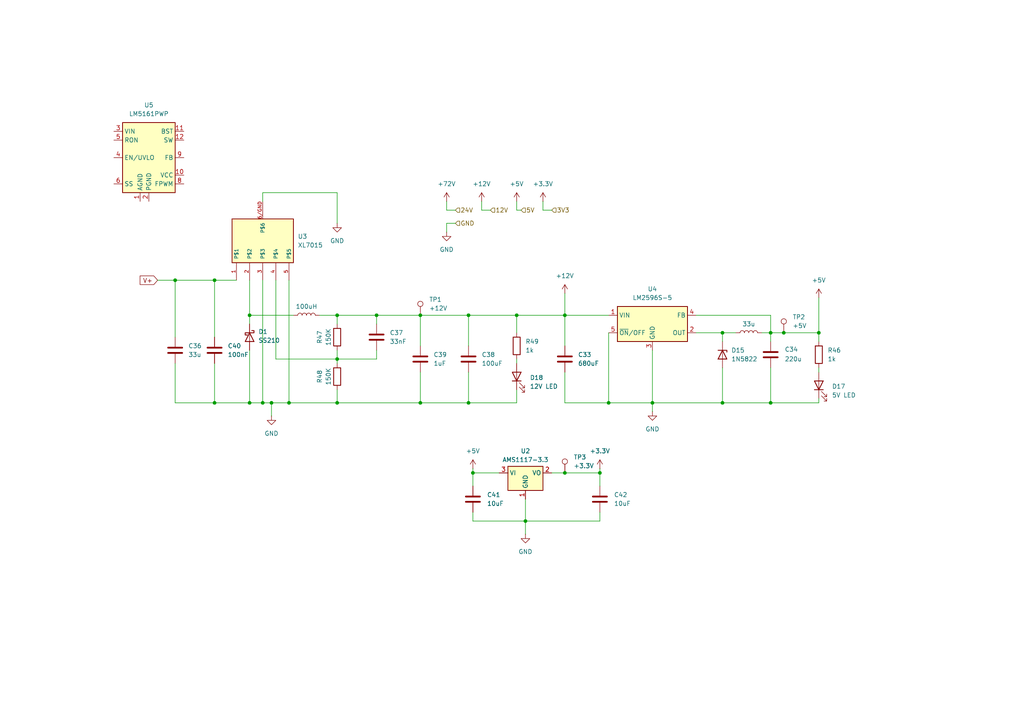
<source format=kicad_sch>
(kicad_sch (version 20250114) (generator "eeschema") (generator_version "9.0")
  (paper "A4")
  (lib_symbols
    (symbol "Connector:TestPoint" (pin_numbers (hide yes)) (pin_names (offset 0.762) (hide yes))
      (property "Reference" "TP" (at 0 6.858 0))
      (property "Value" "TestPoint" (at 0 5.08 0))
      (symbol "TestPoint_0_1"
        (circle (center 0 3.302) (radius 0.762))
      )
      (symbol "TestPoint_1_1"
        (pin passive line (at 0 0 90) (length 2.54) (name "1") (number "1"))
      )
    )
    (symbol "Device:C" (pin_numbers (hide yes)) (pin_names (offset 0.254))
      (property "Reference" "C" (at 0.635 2.54 0))
      (property "Value" "C" (at 0.635 -2.54 0))
      (symbol "C_0_1"
        (polyline (pts (xy -2.032 0.762) (xy 2.032 0.762)) (stroke (width 0.508)))
        (polyline (pts (xy -2.032 -0.762) (xy 2.032 -0.762)) (stroke (width 0.508)))
      )
      (symbol "C_1_1"
        (pin passive line (at 0 3.81 270) (length 2.794) (name "~") (number "1"))
        (pin passive line (at 0 -3.81 90) (length 2.794) (name "~") (number "2"))
      )
    )
    (symbol "Device:D_Zener" (pin_numbers (hide yes)) (pin_names (offset 1.016) (hide yes))
      (property "Reference" "D" (at 0 2.54 0))
      (property "Value" "D_Zener" (at 0 -2.54 0))
      (symbol "D_Zener_0_1"
        (polyline (pts (xy -1.27 -1.27) (xy -1.27 1.27) (xy -0.762 1.27)) (stroke (width 0.254)))
        (polyline (pts (xy 1.27 0) (xy -1.27 0)))
        (polyline (pts (xy 1.27 -1.27) (xy 1.27 1.27) (xy -1.27 0) (xy 1.27 -1.27)) (stroke (width 0.254)))
      )
      (symbol "D_Zener_1_1"
        (pin passive line (at -3.81 0 0) (length 2.54) (name "K") (number "1"))
        (pin passive line (at 3.81 0 180) (length 2.54) (name "A") (number "2"))
      )
    )
    (symbol "Device:L" (pin_numbers (hide yes)) (pin_names (offset 1.016) (hide yes))
      (property "Reference" "L" (at -1.27 0 90))
      (property "Value" "L" (at 1.905 0 90))
      (symbol "L_0_1"
        (arc (start 0 2.54) (mid 0.6323 1.905) (end 0 1.27))
        (arc (start 0 1.27) (mid 0.6323 0.635) (end 0 0))
        (arc (start 0 0) (mid 0.6323 -0.635) (end 0 -1.27))
        (arc (start 0 -1.27) (mid 0.6323 -1.905) (end 0 -2.54))
      )
      (symbol "L_1_1"
        (pin passive line (at 0 3.81 270) (length 1.27) (name "1") (number "1"))
        (pin passive line (at 0 -3.81 90) (length 1.27) (name "2") (number "2"))
      )
    )
    (symbol "Device:LED" (pin_numbers (hide yes)) (pin_names (offset 1.016) (hide yes))
      (property "Reference" "D" (at 0 2.54 0))
      (property "Value" "LED" (at 0 -2.54 0))
      (symbol "LED_0_1"
        (polyline (pts (xy -3.048 -0.762) (xy -4.572 -2.286) (xy -3.81 -2.286) (xy -4.572 -2.286) (xy -4.572 -1.524)))
        (polyline (pts (xy -1.778 -0.762) (xy -3.302 -2.286) (xy -2.54 -2.286) (xy -3.302 -2.286) (xy -3.302 -1.524)))
        (polyline (pts (xy -1.27 0) (xy 1.27 0)))
        (polyline (pts (xy -1.27 -1.27) (xy -1.27 1.27)) (stroke (width 0.254)))
        (polyline (pts (xy 1.27 -1.27) (xy 1.27 1.27) (xy -1.27 0) (xy 1.27 -1.27)) (stroke (width 0.254)))
      )
      (symbol "LED_1_1"
        (pin passive line (at -3.81 0 0) (length 2.54) (name "K") (number "1"))
        (pin passive line (at 3.81 0 180) (length 2.54) (name "A") (number "2"))
      )
    )
    (symbol "Device:R" (pin_numbers (hide yes)) (pin_names (offset 0))
      (property "Reference" "R" (at 2.032 0 90))
      (property "Value" "R" (at 0 0 90))
      (symbol "R_0_1"
        (rectangle (start -1.016 -2.54) (end 1.016 2.54) (stroke (width 0.254)))
      )
      (symbol "R_1_1"
        (pin passive line (at 0 3.81 270) (length 1.27) (name "~") (number "1"))
        (pin passive line (at 0 -3.81 90) (length 1.27) (name "~") (number "2"))
      )
    )
    (symbol "Diode:SS210" (pin_numbers (hide yes)) (pin_names (offset 1.016) (hide yes))
      (property "Reference" "D" (at 0 2.54 0))
      (property "Value" "SS210" (at 0 -2.54 0))
      (symbol "SS210_0_1"
        (polyline (pts (xy -1.905 0.635) (xy -1.905 1.27) (xy -1.27 1.27) (xy -1.27 -1.27) (xy -0.635 -1.27) (xy -0.635 -0.635)) (stroke (width 0.254)))
        (polyline (pts (xy 1.27 1.27) (xy 1.27 -1.27) (xy -1.27 0) (xy 1.27 1.27)) (stroke (width 0.254)))
        (polyline (pts (xy 1.27 0) (xy -1.27 0)))
      )
      (symbol "SS210_1_1"
        (pin passive line (at -3.81 0 0) (length 2.54) (name "K") (number "1"))
        (pin passive line (at 3.81 0 180) (length 2.54) (name "A") (number "2"))
      )
    )
    (symbol "Regulator_Linear:AMS1117-3.3"
      (property "Reference" "U" (at -3.81 3.175 0))
      (property "Value" "AMS1117-3.3" (at 0 3.175 0))
      (symbol "AMS1117-3.3_0_1"
        (rectangle (start -5.08 -5.08) (end 5.08 1.905) (stroke (width 0.254)) (fill (type background)))
      )
      (symbol "AMS1117-3.3_1_1"
        (pin power_in line (at -7.62 0 0) (length 2.54) (name "VI") (number "3"))
        (pin power_in line (at 0 -7.62 90) (length 2.54) (name "GND") (number "1"))
        (pin power_out line (at 7.62 0 180) (length 2.54) (name "VO") (number "2"))
      )
    )
    (symbol "Regulator_Switching:LM2596S-5"
      (property "Reference" "U" (at -10.16 6.35 0))
      (property "Value" "LM2596S-5" (at 0 6.35 0))
      (symbol "LM2596S-5_0_1"
        (rectangle (start -10.16 5.08) (end 10.16 -5.08) (stroke (width 0.254)) (fill (type background)))
      )
      (symbol "LM2596S-5_1_1"
        (pin power_in line (at -12.7 2.54 0) (length 2.54) (name "VIN") (number "1"))
        (pin input line (at -12.7 -2.54 0) (length 2.54) (name "~{ON}/OFF") (number "5"))
        (pin power_in line (at 0 -7.62 90) (length 2.54) (name "GND") (number "3"))
        (pin input line (at 12.7 2.54 180) (length 2.54) (name "FB") (number "4"))
        (pin output line (at 12.7 -2.54 180) (length 2.54) (name "OUT") (number "2"))
      )
    )
    (symbol "Regulator_Switching:LM5161PWP"
      (property "Reference" "U" (at -7.62 11.43 0))
      (property "Value" "LM5161PWP" (at 7.62 11.43 0))
      (symbol "LM5161PWP_0_1"
        (rectangle (start -7.62 10.16) (end 7.62 -10.16) (stroke (width 0.254)) (fill (type background)))
      )
      (symbol "LM5161PWP_1_1"
        (pin power_in line (at -10.16 7.62 0) (length 2.54) (name "VIN") (number "3"))
        (pin input line (at -10.16 5.08 0) (length 2.54) (name "RON") (number "5"))
        (pin input line (at -10.16 0 0) (length 2.54) (name "EN/UVLO") (number "4"))
        (pin passive line (at -10.16 -7.62 0) (length 2.54) (name "SS") (number "6"))
        (pin no_connect line (at -7.62 -2.54 0) (length 2.54) (hide yes) (name "NC") (number "7"))
        (pin no_connect line (at -7.62 -5.08 0) (length 2.54) (hide yes) (name "NC") (number "14"))
        (pin power_in line (at -2.54 -12.7 90) (length 2.54) (name "AGND") (number "1"))
        (pin passive line (at -2.54 -12.7 90) (length 2.54) (hide yes) (name "AGND") (number "15"))
        (pin power_in line (at 0 -12.7 90) (length 2.54) (name "PGND") (number "2"))
        (pin passive line (at 10.16 7.62 180) (length 2.54) (name "BST") (number "11"))
        (pin power_out line (at 10.16 5.08 180) (length 2.54) (name "SW") (number "12"))
        (pin passive line (at 10.16 5.08 180) (length 2.54) (hide yes) (name "SW") (number "13"))
        (pin input line (at 10.16 0 180) (length 2.54) (name "FB") (number "9"))
        (pin power_out line (at 10.16 -5.08 180) (length 2.54) (name "VCC") (number "10"))
        (pin input line (at 10.16 -7.62 180) (length 2.54) (name "FPWM") (number "8"))
      )
    )
    (symbol "XL7015:XL7015" (pin_names (offset 1.016))
      (property "Reference" "U" (at 0 0 0))
      (property "Value" "XL7015" (at 0 0 0))
      (symbol "XL7015_0_0"
        (rectangle (start -8.89 -5.08) (end 8.89 7.62) (stroke (width 0.254)) (fill (type background)))
        (pin bidirectional line (at -7.62 -10.16 90) (length 5.08) (name "P$1") (number "1"))
        (pin bidirectional line (at -3.81 -10.16 90) (length 5.08) (name "P$2") (number "2"))
        (pin bidirectional line (at 0 12.7 270) (length 5.08) (name "P$6") (number "6/GND"))
        (pin bidirectional line (at 0 -10.16 90) (length 5.08) (name "P$3") (number "3"))
        (pin bidirectional line (at 3.81 -10.16 90) (length 5.08) (name "P$4") (number "4"))
        (pin bidirectional line (at 7.62 -10.16 90) (length 5.08) (name "P$5") (number "5"))
      )
    )
    (symbol "power:+12V" (power) (pin_numbers (hide yes)) (pin_names (offset 0) (hide yes))
      (property "Value" "+12V" (at 0 3.556 0))
      (symbol "+12V_0_1"
        (polyline (pts (xy -0.762 1.27) (xy 0 2.54)))
        (polyline (pts (xy 0 2.54) (xy 0.762 1.27)))
        (polyline (pts (xy 0 0) (xy 0 2.54)))
      )
      (symbol "+12V_1_1"
        (pin power_in line (at 0 0 90) (length 0) (name "~") (number "1"))
      )
    )
    (symbol "power:+3.3V" (power) (pin_numbers (hide yes)) (pin_names (offset 0) (hide yes))
      (property "Value" "+3.3V" (at 0 3.556 0))
      (symbol "+3.3V_0_1"
        (polyline (pts (xy -0.762 1.27) (xy 0 2.54)))
        (polyline (pts (xy 0 2.54) (xy 0.762 1.27)))
        (polyline (pts (xy 0 0) (xy 0 2.54)))
      )
      (symbol "+3.3V_1_1"
        (pin power_in line (at 0 0 90) (length 0) (name "~") (number "1"))
      )
    )
    (symbol "power:+48V" (power) (pin_numbers (hide yes)) (pin_names (offset 0) (hide yes))
      (property "Value" "+48V" (at 0 3.556 0))
      (symbol "+48V_0_1"
        (polyline (pts (xy -0.762 1.27) (xy 0 2.54)))
        (polyline (pts (xy 0 2.54) (xy 0.762 1.27)))
        (polyline (pts (xy 0 0) (xy 0 2.54)))
      )
      (symbol "+48V_1_1"
        (pin power_in line (at 0 0 90) (length 0) (name "~") (number "1"))
      )
    )
    (symbol "power:+5V" (power) (pin_numbers (hide yes)) (pin_names (offset 0) (hide yes))
      (property "Value" "+5V" (at 0 3.556 0))
      (symbol "+5V_0_1"
        (polyline (pts (xy -0.762 1.27) (xy 0 2.54)))
        (polyline (pts (xy 0 2.54) (xy 0.762 1.27)))
        (polyline (pts (xy 0 0) (xy 0 2.54)))
      )
      (symbol "+5V_1_1"
        (pin power_in line (at 0 0 90) (length 0) (name "~") (number "1"))
      )
    )
    (symbol "power:GND" (power) (pin_numbers (hide yes)) (pin_names (offset 0) (hide yes))
      (property "Value" "GND" (at 0 -3.81 0))
      (symbol "GND_0_1"
        (polyline (pts (xy 0 0) (xy 0 -1.27) (xy 1.27 -1.27) (xy 0 -2.54) (xy -1.27 -1.27) (xy 0 -1.27)))
      )
      (symbol "GND_1_1"
        (pin power_in line (at 0 0 270) (length 0) (name "~") (number "1"))
      )
    )
  )
  (junction (at 176.53 116.84))
  (junction (at 109.22 91.44))
  (junction (at 72.39 91.44))
  (junction (at 97.79 91.44))
  (junction (at 121.92 91.44))
  (junction (at 149.86 91.44))
  (junction (at 227.33 96.52))
  (junction (at 209.55 116.84))
  (junction (at 76.2 116.84))
  (junction (at 163.83 137.16))
  (junction (at 237.49 96.52))
  (junction (at 173.99 137.16))
  (junction (at 62.23 116.84))
  (junction (at 78.74 116.84))
  (junction (at 223.52 116.84))
  (junction (at 62.23 81.28))
  (junction (at 137.16 137.16))
  (junction (at 135.89 116.84))
  (junction (at 97.79 104.14))
  (junction (at 163.83 91.44))
  (junction (at 97.79 116.84))
  (junction (at 50.8 81.28))
  (junction (at 209.55 96.52))
  (junction (at 189.23 116.84))
  (junction (at 135.89 91.44))
  (junction (at 223.52 96.52))
  (junction (at 83.82 116.84))
  (junction (at 121.92 116.84))
  (junction (at 72.39 116.84))
  (junction (at 152.4 151.13))
  (wire (pts (xy 129.54 67.31) (xy 129.54 64.77)))
  (wire (pts (xy 97.79 55.88) (xy 97.79 64.77)))
  (wire (pts (xy 50.8 81.28) (xy 62.23 81.28)))
  (wire (pts (xy 121.92 116.84) (xy 135.89 116.84)))
  (wire (pts (xy 163.83 91.44) (xy 163.83 100.33)))
  (wire (pts (xy 137.16 137.16) (xy 144.78 137.16)))
  (wire (pts (xy 83.82 81.28) (xy 83.82 116.84)))
  (wire (pts (xy 201.93 96.52) (xy 209.55 96.52)))
  (wire (pts (xy 173.99 135.89) (xy 173.99 137.16)))
  (wire (pts (xy 72.39 91.44) (xy 72.39 93.98)))
  (wire (pts (xy 223.52 96.52) (xy 227.33 96.52)))
  (wire (pts (xy 209.55 106.68) (xy 209.55 116.84)))
  (wire (pts (xy 176.53 96.52) (xy 176.53 116.84)))
  (wire (pts (xy 135.89 116.84) (xy 149.86 116.84)))
  (wire (pts (xy 137.16 151.13) (xy 152.4 151.13)))
  (wire (pts (xy 139.7 58.42) (xy 139.7 60.96)))
  (wire (pts (xy 157.48 60.96) (xy 160.02 60.96)))
  (wire (pts (xy 189.23 116.84) (xy 189.23 119.38)))
  (wire (pts (xy 121.92 91.44) (xy 135.89 91.44)))
  (wire (pts (xy 72.39 81.28) (xy 72.39 91.44)))
  (wire (pts (xy 209.55 116.84) (xy 223.52 116.84)))
  (wire (pts (xy 109.22 101.6) (xy 109.22 104.14)))
  (wire (pts (xy 160.02 137.16) (xy 163.83 137.16)))
  (wire (pts (xy 50.8 81.28) (xy 50.8 97.79)))
  (wire (pts (xy 97.79 91.44) (xy 109.22 91.44)))
  (wire (pts (xy 92.71 91.44) (xy 97.79 91.44)))
  (wire (pts (xy 129.54 64.77) (xy 132.08 64.77)))
  (wire (pts (xy 78.74 116.84) (xy 83.82 116.84)))
  (wire (pts (xy 237.49 115.57) (xy 237.49 116.84)))
  (wire (pts (xy 135.89 91.44) (xy 135.89 100.33)))
  (wire (pts (xy 173.99 148.59) (xy 173.99 151.13)))
  (wire (pts (xy 152.4 151.13) (xy 173.99 151.13)))
  (wire (pts (xy 149.86 104.14) (xy 149.86 105.41)))
  (wire (pts (xy 62.23 105.41) (xy 62.23 116.84)))
  (wire (pts (xy 97.79 91.44) (xy 97.79 93.98)))
  (wire (pts (xy 223.52 96.52) (xy 223.52 99.06)))
  (wire (pts (xy 80.01 81.28) (xy 80.01 104.14)))
  (wire (pts (xy 149.86 113.03) (xy 149.86 116.84)))
  (wire (pts (xy 149.86 91.44) (xy 149.86 96.52)))
  (wire (pts (xy 72.39 101.6) (xy 72.39 116.84)))
  (wire (pts (xy 97.79 101.6) (xy 97.79 104.14)))
  (wire (pts (xy 97.79 104.14) (xy 109.22 104.14)))
  (wire (pts (xy 149.86 58.42) (xy 149.86 60.96)))
  (wire (pts (xy 209.55 96.52) (xy 213.36 96.52)))
  (wire (pts (xy 135.89 91.44) (xy 149.86 91.44)))
  (wire (pts (xy 163.83 107.95) (xy 163.83 116.84)))
  (wire (pts (xy 152.4 144.78) (xy 152.4 151.13)))
  (wire (pts (xy 189.23 116.84) (xy 209.55 116.84)))
  (wire (pts (xy 173.99 137.16) (xy 173.99 140.97)))
  (wire (pts (xy 237.49 99.06) (xy 237.49 96.52)))
  (wire (pts (xy 109.22 91.44) (xy 121.92 91.44)))
  (wire (pts (xy 223.52 116.84) (xy 223.52 106.68)))
  (wire (pts (xy 189.23 101.6) (xy 189.23 116.84)))
  (wire (pts (xy 109.22 91.44) (xy 109.22 93.98)))
  (wire (pts (xy 97.79 116.84) (xy 121.92 116.84)))
  (wire (pts (xy 50.8 105.41) (xy 50.8 116.84)))
  (wire (pts (xy 80.01 104.14) (xy 97.79 104.14)))
  (wire (pts (xy 137.16 135.89) (xy 137.16 137.16)))
  (wire (pts (xy 129.54 60.96) (xy 132.08 60.96)))
  (wire (pts (xy 50.8 116.84) (xy 62.23 116.84)))
  (wire (pts (xy 152.4 154.94) (xy 152.4 151.13)))
  (wire (pts (xy 121.92 91.44) (xy 121.92 100.33)))
  (wire (pts (xy 237.49 106.68) (xy 237.49 107.95)))
  (wire (pts (xy 209.55 96.52) (xy 209.55 99.06)))
  (wire (pts (xy 62.23 81.28) (xy 68.58 81.28)))
  (wire (pts (xy 76.2 81.28) (xy 76.2 116.84)))
  (wire (pts (xy 97.79 116.84) (xy 97.79 113.03)))
  (wire (pts (xy 121.92 107.95) (xy 121.92 116.84)))
  (wire (pts (xy 78.74 116.84) (xy 78.74 120.65)))
  (wire (pts (xy 149.86 91.44) (xy 163.83 91.44)))
  (wire (pts (xy 97.79 104.14) (xy 97.79 105.41)))
  (wire (pts (xy 129.54 58.42) (xy 129.54 60.96)))
  (wire (pts (xy 137.16 148.59) (xy 137.16 151.13)))
  (wire (pts (xy 227.33 96.52) (xy 237.49 96.52)))
  (wire (pts (xy 223.52 91.44) (xy 223.52 96.52)))
  (wire (pts (xy 201.93 91.44) (xy 223.52 91.44)))
  (wire (pts (xy 76.2 55.88) (xy 76.2 58.42)))
  (wire (pts (xy 163.83 91.44) (xy 176.53 91.44)))
  (wire (pts (xy 223.52 116.84) (xy 237.49 116.84)))
  (wire (pts (xy 62.23 116.84) (xy 72.39 116.84)))
  (wire (pts (xy 137.16 137.16) (xy 137.16 140.97)))
  (wire (pts (xy 139.7 60.96) (xy 142.24 60.96)))
  (wire (pts (xy 62.23 81.28) (xy 62.23 97.79)))
  (wire (pts (xy 72.39 116.84) (xy 76.2 116.84)))
  (wire (pts (xy 45.72 81.28) (xy 50.8 81.28)))
  (wire (pts (xy 76.2 55.88) (xy 97.79 55.88)))
  (wire (pts (xy 237.49 86.36) (xy 237.49 96.52)))
  (wire (pts (xy 83.82 116.84) (xy 97.79 116.84)))
  (wire (pts (xy 76.2 116.84) (xy 78.74 116.84)))
  (wire (pts (xy 135.89 107.95) (xy 135.89 116.84)))
  (wire (pts (xy 163.83 85.09) (xy 163.83 91.44)))
  (wire (pts (xy 163.83 137.16) (xy 173.99 137.16)))
  (wire (pts (xy 176.53 116.84) (xy 189.23 116.84)))
  (wire (pts (xy 220.98 96.52) (xy 223.52 96.52)))
  (wire (pts (xy 149.86 60.96) (xy 151.13 60.96)))
  (wire (pts (xy 72.39 91.44) (xy 85.09 91.44)))
  (wire (pts (xy 157.48 58.42) (xy 157.48 60.96)))
  (wire (pts (xy 163.83 116.84) (xy 176.53 116.84)))
  (global_label "V+" (shape input) (at 45.72 81.28 180) (property "Intersheetrefs" "${INTERSHEET_REFS}" (effects (hide yes))))
  (hierarchical_label "3V3" (shape input) (at 160.02 60.96 0))
  (hierarchical_label "5V" (shape input) (at 151.13 60.96 0))
  (hierarchical_label "12V" (shape input) (at 142.24 60.96 0))
  (hierarchical_label "GND" (shape input) (at 132.08 64.77 0))
  (hierarchical_label "24V" (shape input) (at 132.08 60.96 0))
  (symbol (lib_id "Regulator_Switching:LM2596S-5") (at 189.23 93.98 0) (unit 1)
    (property "Reference" "U4" (at 189.23 83.82 0))
    (property "Value" "LM2596S-5" (at 189.23 86.36 0))
    (property "Footprint" "Package_TO_SOT_SMD:TO-263-5_TabPin3" (effects (hide yes)))
    (property "Datasheet" "http://www.ti.com/lit/ds/symlink/lm2596.pdf" (effects (hide yes)))
    (property "Description" "5V 3A Step-Down Voltage Regulator, TO-263" (effects (hide yes)))
  )
  (symbol (lib_id "Device:R") (at 149.86 100.33 0) (unit 1)
    (property "Reference" "R49" (at 152.4 99.0599 0) (effects (justify left)))
    (property "Value" "1k" (at 152.4 101.5999 0) (effects (justify left)))
    (property "Footprint" "Resistor_SMD:R_0805_2012Metric_Pad1.20x1.40mm_HandSolder" (effects (hide yes)))
    (property "Description" "Resistor" (effects (hide yes)))
  )
  (symbol (lib_id "power:+12V") (at 163.83 85.09 0) (unit 1)
    (property "Reference" "#PWR015" (effects (hide yes)))
    (property "Value" "+12V" (at 163.83 80.01 0))
    (property "Description" "Power symbol creates a global label with name \"+12V\"" (effects (hide yes)))
  )
  (symbol (lib_id "Device:L") (at 217.17 96.52 90) (unit 1)
    (property "Reference" "L4" (effects (hide yes)))
    (property "Value" "33u" (at 217.17 93.98 90))
    (property "Footprint" "Inductor_SMD:L_10.4x10.4_H4.8" (effects (hide yes)))
    (property "Description" "Inductor" (effects (hide yes)))
  )
  (symbol (lib_id "power:+3.3V") (at 173.99 135.89 0) (unit 1)
    (property "Reference" "#PWR013" (effects (hide yes)))
    (property "Value" "+3.3V" (at 173.99 130.81 0))
    (property "Description" "Power symbol creates a global label with name \"+3.3V\"" (effects (hide yes)))
  )
  (symbol (lib_id "power:+3.3V") (at 157.48 58.42 0) (unit 1)
    (property "Reference" "#PWR025" (effects (hide yes)))
    (property "Value" "+3.3V" (at 157.48 53.34 0))
    (property "Description" "Power symbol creates a global label with name \"+3.3V\"" (effects (hide yes)))
  )
  (symbol (lib_id "Device:R") (at 97.79 97.79 180) (unit 1)
    (property "Reference" "R47" (at 92.71 97.79 90))
    (property "Value" "150K" (at 95.25 97.79 90))
    (property "Footprint" "Resistor_SMD:R_1206_3216Metric_Pad1.30x1.75mm_HandSolder" (effects (hide yes)))
  )
  (symbol (lib_id "Regulator_Linear:AMS1117-3.3") (at 152.4 137.16 0) (unit 1)
    (property "Reference" "U2" (at 152.4 130.81 0))
    (property "Value" "AMS1117-3.3" (at 152.4 133.35 0))
    (property "Footprint" "Package_TO_SOT_SMD:SOT-223-3_TabPin2" (effects (hide yes)))
    (property "Datasheet" "http://www.advanced-monolithic.com/pdf/ds1117.pdf" (effects (hide yes)))
    (property "Description" "1A Low Dropout regulator, positive, 3.3V fixed output, SOT-223" (effects (hide yes)))
  )
  (symbol (lib_id "Device:C") (at 137.16 144.78 180) (unit 1)
    (property "Reference" "C41" (at 141.2437 143.5099 0) (effects (justify right)))
    (property "Value" "10uF" (at 141.2437 146.0499 0) (effects (justify right)))
    (property "Footprint" "Capacitor_SMD:C_0805_2012Metric_Pad1.18x1.45mm_HandSolder" (effects (hide yes)))
    (property "Description" "Unpolarized capacitor" (effects (hide yes)))
  )
  (symbol (lib_id "power:+5V") (at 237.49 86.36 0) (unit 1)
    (property "Reference" "#PWR017" (effects (hide yes)))
    (property "Value" "+5V" (at 237.49 81.28 0))
    (property "Description" "Power symbol creates a global label with name \"+5V\"" (effects (hide yes)))
  )
  (symbol (lib_id "Connector:TestPoint") (at 227.33 96.52 0) (unit 1)
    (property "Reference" "TP2" (at 229.87 91.9479 0) (effects (justify left)))
    (property "Value" "+5V" (at 229.87 94.4879 0) (effects (justify left)))
    (property "Footprint" "TestPoint:TestPoint_Pad_2.0x2.0mm" (effects (hide yes)))
    (property "Description" "test point" (effects (hide yes)))
  )
  (symbol (lib_id "Device:C") (at 62.23 101.6 0) (unit 1)
    (property "Reference" "C40" (at 66.04 100.3299 0) (effects (justify left)))
    (property "Value" "100nF" (at 66.04 102.8699 0) (effects (justify left)))
    (property "Footprint" "Capacitor_SMD:C_0805_2012Metric_Pad1.18x1.45mm_HandSolder" (effects (hide yes)))
    (property "Description" "Unpolarized capacitor" (effects (hide yes)))
  )
  (symbol (lib_id "power:+5V") (at 137.16 135.89 0) (unit 1)
    (property "Reference" "#PWR016" (effects (hide yes)))
    (property "Value" "+5V" (at 137.16 130.81 0))
    (property "Description" "Power symbol creates a global label with name \"+5V\"" (effects (hide yes)))
  )
  (symbol (lib_id "Device:LED") (at 237.49 111.76 90) (unit 1)
    (property "Reference" "D17" (at 241.3 112.0774 90) (effects (justify right)))
    (property "Value" "5V LED" (at 241.3 114.6174 90) (effects (justify right)))
    (property "Footprint" "LED_SMD:LED_0805_2012Metric_Pad1.15x1.40mm_HandSolder" (effects (hide yes)))
    (property "Description" "Light emitting diode" (effects (hide yes)))
  )
  (symbol (lib_id "power:GND") (at 97.79 64.77 0) (unit 1)
    (property "Reference" "#PWR052" (effects (hide yes)))
    (property "Value" "GND" (at 97.79 69.85 0))
    (property "Description" "Power symbol creates a global label with name \"GND\" , ground" (effects (hide yes)))
  )
  (symbol (lib_id "Device:C") (at 163.83 104.14 0) (unit 1)
    (property "Reference" "C33" (at 167.64 102.8699 0) (effects (justify left)))
    (property "Value" "680uF" (at 167.64 105.4099 0) (effects (justify left)))
    (property "Footprint" "Capacitor_SMD:CP_Elec_10x10" (effects (hide yes)))
    (property "Description" "Unpolarized capacitor" (effects (hide yes)))
  )
  (symbol (lib_id "Device:D_Zener") (at 209.55 102.87 270) (unit 1)
    (property "Reference" "D15" (at 212.09 101.5999 90) (effects (justify left)))
    (property "Value" "1N5822" (at 212.09 104.1399 90) (effects (justify left)))
    (property "Footprint" "Diode_SMD:D_SMA_Handsoldering" (effects (hide yes)))
    (property "Description" "Zener diode" (effects (hide yes)))
  )
  (symbol (lib_id "Regulator_Switching:LM5161PWP") (at 43.18 45.72 0) (unit 1)
    (property "Reference" "U5" (at 43.18 30.48 0))
    (property "Value" "LM5161PWP" (at 43.18 33.02 0))
    (property "Footprint" "Package_SO:HTSSOP-14-1EP_4.4x5mm_P0.65mm_EP3.4x5mm_Mask3x3.1mm" (effects (hide yes)))
    (property "Datasheet" "http://www.ti.com/lit/ds/symlink/lm5161.pdf" (effects (hide yes)))
    (property "Description" "1A Synchronous Buck/Fly-buck Converter, 4.5V-100V input, adjustable output voltage, HTSSOP-14" (effects (hide yes)))
  )
  (symbol (lib_id "power:+5V") (at 149.86 58.42 0) (unit 1)
    (property "Reference" "#PWR018" (effects (hide yes)))
    (property "Value" "+5V" (at 149.86 53.34 0))
    (property "Description" "Power symbol creates a global label with name \"+5V\"" (effects (hide yes)))
  )
  (symbol (lib_id "Device:R") (at 97.79 109.22 180) (unit 1)
    (property "Reference" "R48" (at 92.71 109.22 90))
    (property "Value" "150K" (at 95.25 109.22 90))
    (property "Footprint" "Resistor_SMD:R_1206_3216Metric_Pad1.30x1.75mm_HandSolder" (effects (hide yes)))
  )
  (symbol (lib_id "Device:LED") (at 149.86 109.22 90) (unit 1)
    (property "Reference" "D18" (at 153.67 109.5374 90) (effects (justify right)))
    (property "Value" "12V LED" (at 153.67 112.0774 90) (effects (justify right)))
    (property "Footprint" "LED_SMD:LED_0805_2012Metric_Pad1.15x1.40mm_HandSolder" (effects (hide yes)))
    (property "Description" "Light emitting diode" (effects (hide yes)))
  )
  (symbol (lib_id "Connector:TestPoint") (at 163.83 137.16 0) (unit 1)
    (property "Reference" "TP3" (at 166.37 132.5879 0) (effects (justify left)))
    (property "Value" "+3.3V" (at 166.37 135.1279 0) (effects (justify left)))
    (property "Footprint" "TestPoint:TestPoint_Pad_2.0x2.0mm" (effects (hide yes)))
    (property "Description" "test point" (effects (hide yes)))
  )
  (symbol (lib_id "Device:C") (at 173.99 144.78 180) (unit 1)
    (property "Reference" "C42" (at 178.0737 143.5099 0) (effects (justify right)))
    (property "Value" "10uF" (at 178.0737 146.0499 0) (effects (justify right)))
    (property "Footprint" "Capacitor_SMD:C_0805_2012Metric_Pad1.18x1.45mm_HandSolder" (effects (hide yes)))
    (property "Description" "Unpolarized capacitor" (effects (hide yes)))
  )
  (symbol (lib_id "power:GND") (at 152.4 154.94 0) (unit 1)
    (property "Reference" "#PWR056" (effects (hide yes)))
    (property "Value" "GND" (at 152.4 160.02 0))
    (property "Description" "Power symbol creates a global label with name \"GND\" , ground" (effects (hide yes)))
  )
  (symbol (lib_id "power:+48V") (at 129.54 58.42 0) (unit 1)
    (property "Reference" "#PWR021" (effects (hide yes)))
    (property "Value" "+72V" (at 129.54 53.34 0))
    (property "Description" "Power symbol creates a global label with name \"+72V\"" (effects (hide yes)))
  )
  (symbol (lib_id "power:GND") (at 129.54 67.31 0) (unit 1)
    (property "Reference" "#PWR022" (effects (hide yes)))
    (property "Value" "GND" (at 129.54 72.39 0))
    (property "Description" "Power symbol creates a global label with name \"GND\" , ground" (effects (hide yes)))
  )
  (symbol (lib_id "Device:C") (at 50.8 101.6 0) (unit 1)
    (property "Reference" "C36" (at 54.61 100.3299 0) (effects (justify left)))
    (property "Value" "33u" (at 54.61 102.8699 0) (effects (justify left)))
    (property "Footprint" "Capacitor_SMD:CP_Elec_10x10" (effects (hide yes)))
    (property "Description" "Unpolarized capacitor" (effects (hide yes)))
  )
  (symbol (lib_id "Device:C") (at 109.22 97.79 0) (unit 1)
    (property "Reference" "C37" (at 113.03 96.5199 0) (effects (justify left)))
    (property "Value" "33nF" (at 113.03 99.0599 0) (effects (justify left)))
    (property "Footprint" "Capacitor_SMD:C_0805_2012Metric_Pad1.18x1.45mm_HandSolder" (effects (hide yes)))
    (property "Description" "Unpolarized capacitor" (effects (hide yes)))
  )
  (symbol (lib_id "Diode:SS210") (at 72.39 97.79 270) (unit 1)
    (property "Reference" "D1" (at 74.93 96.2024 90) (effects (justify left)))
    (property "Value" "SS210" (at 74.93 98.7424 90) (effects (justify left)))
    (property "Footprint" "Diode_SMD:D_SMA" (effects (hide yes)))
    (property "Datasheet" "https://www.wontop.com/uploadfiles/56/sort_excel/pdf/ss22.pdf" (effects (hide yes)))
    (property "Description" "100V 2A Schottky Diode, SMA" (effects (hide yes)))
  )
  (symbol (lib_id "Device:C") (at 121.92 104.14 0) (unit 1)
    (property "Reference" "C39" (at 125.73 102.8699 0) (effects (justify left)))
    (property "Value" "1uF" (at 125.73 105.4099 0) (effects (justify left)))
    (property "Footprint" "Capacitor_SMD:C_0805_2012Metric_Pad1.18x1.45mm_HandSolder" (effects (hide yes)))
    (property "Description" "Unpolarized capacitor" (effects (hide yes)))
  )
  (symbol (lib_id "Device:C") (at 223.52 102.87 0) (unit 1)
    (property "Reference" "C34" (at 227.584 101.346 0) (effects (justify left)))
    (property "Value" "220u" (at 227.584 104.14 0) (effects (justify left)))
    (property "Footprint" "Capacitor_SMD:C_Elec_6.3x5.4" (effects (hide yes)))
    (property "Description" "Unpolarized capacitor" (effects (hide yes)))
  )
  (symbol (lib_id "Device:L") (at 88.9 91.44 90) (unit 1)
    (property "Reference" "L5" (effects (hide yes)))
    (property "Value" "100uH" (at 88.9 88.9 90))
    (property "Footprint" "Inductor_SMD:L_10.4x10.4_H4.8" (effects (hide yes)))
    (property "Description" "Inductor" (effects (hide yes)))
  )
  (symbol (lib_id "Device:R") (at 237.49 102.87 0) (unit 1)
    (property "Reference" "R46" (at 240.03 101.5999 0) (effects (justify left)))
    (property "Value" "1k" (at 240.03 104.1399 0) (effects (justify left)))
    (property "Footprint" "Resistor_SMD:R_0805_2012Metric_Pad1.20x1.40mm_HandSolder" (effects (hide yes)))
    (property "Description" "Resistor" (effects (hide yes)))
  )
  (symbol (lib_id "Device:C") (at 135.89 104.14 0) (unit 1)
    (property "Reference" "C38" (at 139.7 102.8699 0) (effects (justify left)))
    (property "Value" "100uF" (at 139.7 105.4099 0) (effects (justify left)))
    (property "Footprint" "Capacitor_SMD:CP_Elec_8x10" (effects (hide yes)))
    (property "Description" "Unpolarized capacitor" (effects (hide yes)))
  )
  (symbol (lib_id "Connector:TestPoint") (at 121.92 91.44 0) (unit 1)
    (property "Reference" "TP1" (at 124.46 86.8679 0) (effects (justify left)))
    (property "Value" "+12V" (at 124.46 89.4079 0) (effects (justify left)))
    (property "Footprint" "TestPoint:TestPoint_Pad_2.0x2.0mm" (effects (hide yes)))
    (property "Description" "test point" (effects (hide yes)))
  )
  (symbol (lib_id "power:GND") (at 78.74 120.65 0) (unit 1)
    (property "Reference" "#PWR042" (effects (hide yes)))
    (property "Value" "GND" (at 78.74 125.73 0))
    (property "Description" "Power symbol creates a global label with name \"GND\" , ground" (effects (hide yes)))
  )
  (symbol (lib_id "power:+12V") (at 139.7 58.42 0) (unit 1)
    (property "Reference" "#PWR023" (effects (hide yes)))
    (property "Value" "+12V" (at 139.7 53.34 0))
    (property "Description" "Power symbol creates a global label with name \"+12V\"" (effects (hide yes)))
  )
  (symbol (lib_id "power:GND") (at 189.23 119.38 0) (unit 1)
    (property "Reference" "#PWR039" (effects (hide yes)))
    (property "Value" "GND" (at 189.23 124.46 0))
    (property "Description" "Power symbol creates a global label with name \"GND\" , ground" (effects (hide yes)))
  )
  (symbol (lib_id "XL7015:XL7015") (at 76.2 71.12 0) (unit 1)
    (property "Reference" "U3" (at 86.36 68.58 0) (effects (justify left)))
    (property "Value" "XL7015" (at 86.36 71.1199 0) (effects (justify left)))
    (property "Footprint" "Package_TO_SOT_SMD:TO-252-5_TabPin6" (effects (hide yes)))
    (property "MF" "XLSEMI" (effects (hide yes)))
    (property "Description_1" "0.8A 150KHz 80V Buck DC to DC" (effects (hide yes)))
    (property "Package" "Package" (effects (hide yes)))
    (property "Price" "None" (effects (hide yes)))
    (property "SnapEDA_Link" "https://www.snapeda.com/parts/XL7015/XLSEMI/view-part/?ref=snap" (effects (hide yes)))
    (property "MP" "XL7015" (effects (hide yes)))
    (property "Availability" "In Stock" (effects (hide yes)))
    (property "Check_prices" "https://www.snapeda.com/parts/XL7015/XLSEMI/view-part/?ref=eda" (effects (hide yes)))
  )
)
</source>
